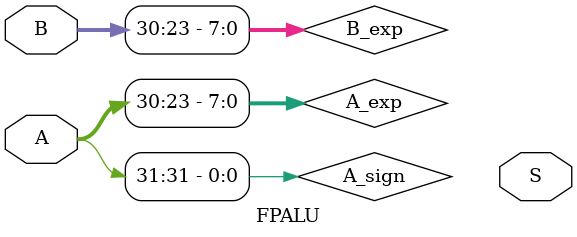
<source format=sv>
module FPALU (
    input logic [31:0] A, // Entrada A
    input logic [31:0] B, // Entrada B

    output logic [31:0] S // Salida S
);

    // Señales internas para signo, exponentes y mantisas
    logic A_sign, B_sign;
    logic [7:0] A_exp, B_exp;
    logic [23:0] A_mant, B_mant; // 24 bits ya que se añade un 1 antes de la mantisa (1.M)

    // Señales para guardar el resultado
    logic S_sign;
    logic [7:0] S_exp;
    logic [23:0] S_mant; // 24 bits para la mantisa del resultado

    // señales para hacer la resta
    logic [7:0] exp_diff; // Diferencia de exponentes

    always_comb begin : FPALU_logic

        // Se extrae el signo, exponente y mantisa de A y B
        A_sign = A[31];
        B_sign = ~B[31]; // Se niega el signo de B para la resta

        A_exp = A[30:23];
        B_exp = B[30:23];

        // Si el exponente es 0, no se añade el 1 implícito 0.mantisa
        // Si el exponente es diferente de 0, se añade el 1 implícito 1.mantisa
        A_mant = (A[30:23] == 0) ? {1'b0, A[22:0]} : {1'b1, A[22:0]}; // Se añade el 1 implícito
        B_mant = (B[30:23] == 0) ? {1'b0, B[22:0]} : {1'b1, B[22:0]}; // Se añade el 1 implícito

        // Se hace la resta de los exponentes
        if (A_exp >= B_exp) begin
            exp_diff = A_exp - B_exp; // Diferencia de exponentes
            S_exp = A_exp; // El exponente del resultado es el del mayor
            S_mant = A_mant - (B_mant >> exp_diff); // Se desplaza la mantisa menor para alinear exponentes
            S_sign = A_sign; // El signo del resultado es el del mayor
        end else begin
            exp_diff = B_exp - A_exp; // Diferencia de exponentes
            S_exp = B_exp; // El exponente del resultado es el del mayor
            S_mant = B_mant - (A_mant >> exp_diff); // Se desplaza la mantisa menor para alinear exponentes
            S_sign = B_sign; // El signo del resultado es el del mayor
        end
        
    end




    
    
endmodule
</source>
